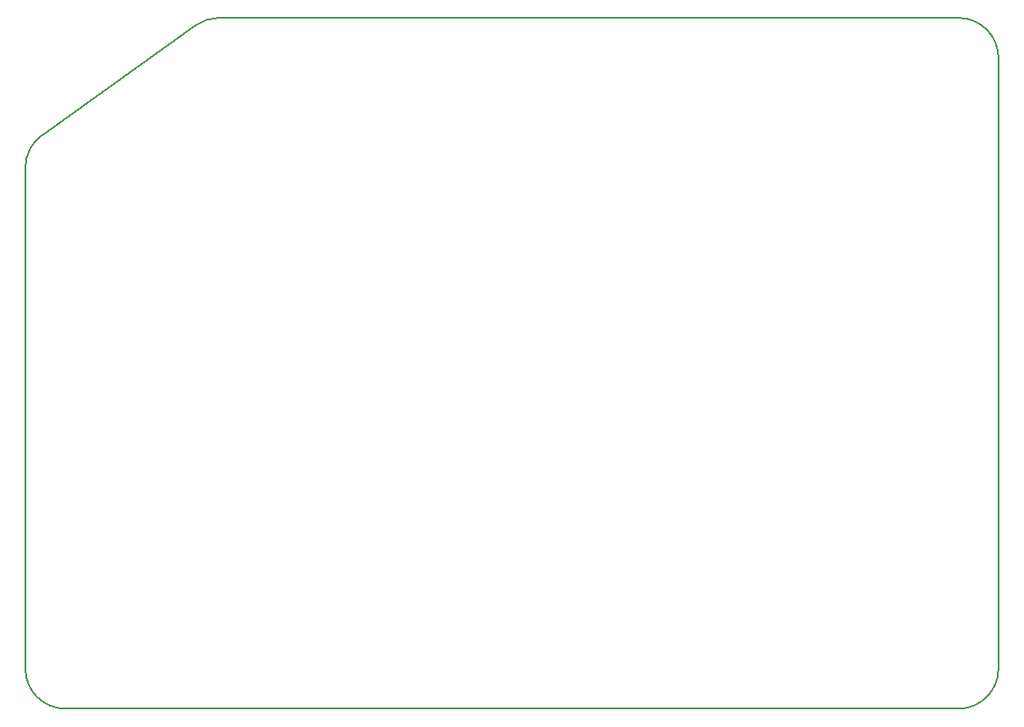
<source format=gm1>
G04 #@! TF.GenerationSoftware,KiCad,Pcbnew,5.1.5-52549c5~84~ubuntu18.04.1*
G04 #@! TF.CreationDate,2020-01-28T21:19:39-05:00*
G04 #@! TF.ProjectId,Internal_Acc_Interface,496e7465-726e-4616-9c5f-4163635f496e,rev?*
G04 #@! TF.SameCoordinates,Original*
G04 #@! TF.FileFunction,Profile,NP*
%FSLAX46Y46*%
G04 Gerber Fmt 4.6, Leading zero omitted, Abs format (unit mm)*
G04 Created by KiCad (PCBNEW 5.1.5-52549c5~84~ubuntu18.04.1) date 2020-01-28 21:19:39*
%MOMM*%
%LPD*%
G04 APERTURE LIST*
%ADD10C,0.200000*%
G04 APERTURE END LIST*
D10*
X103331865Y-59435593D02*
G75*
G02X105656950Y-58690433I2325085J-3254840D01*
G01*
X87949916Y-70423642D02*
X103331865Y-59435594D01*
X86275000Y-73678481D02*
G75*
G02X87949916Y-70423642I4000000J-1D01*
G01*
X183625000Y-62690433D02*
X183625000Y-123880433D01*
X183625001Y-123880433D02*
G75*
G02X179625001Y-127880433I-4000000J0D01*
G01*
X179625001Y-58690433D02*
G75*
G02X183625001Y-62690433I0J-4000000D01*
G01*
X179625001Y-127880434D02*
X90275000Y-127880434D01*
X86275000Y-73678482D02*
X86275000Y-123880433D01*
X105656950Y-58690434D02*
X179625001Y-58690434D01*
X90275000Y-127880433D02*
G75*
G02X86275000Y-123880433I0J4000000D01*
G01*
M02*

</source>
